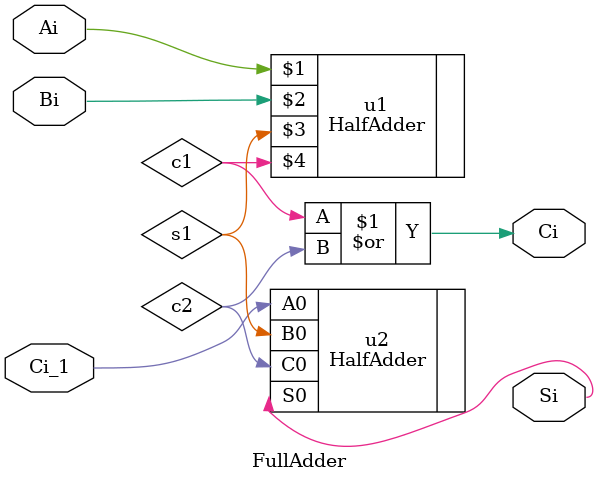
<source format=v>
module FullAdder(Ai, Bi, Ci_1, Si, Ci);
input Ai, Bi, Ci_1;
output Si, Ci;
wire s1; wire c1; wire c2;
HalfAdder u1(Ai, Bi, s1, c1);
HalfAdder u2(.A0(Ci_1), .B0(s1), .S0(Si), .C0(c2));
or u3(Ci, c1, c2);
endmodule
</source>
